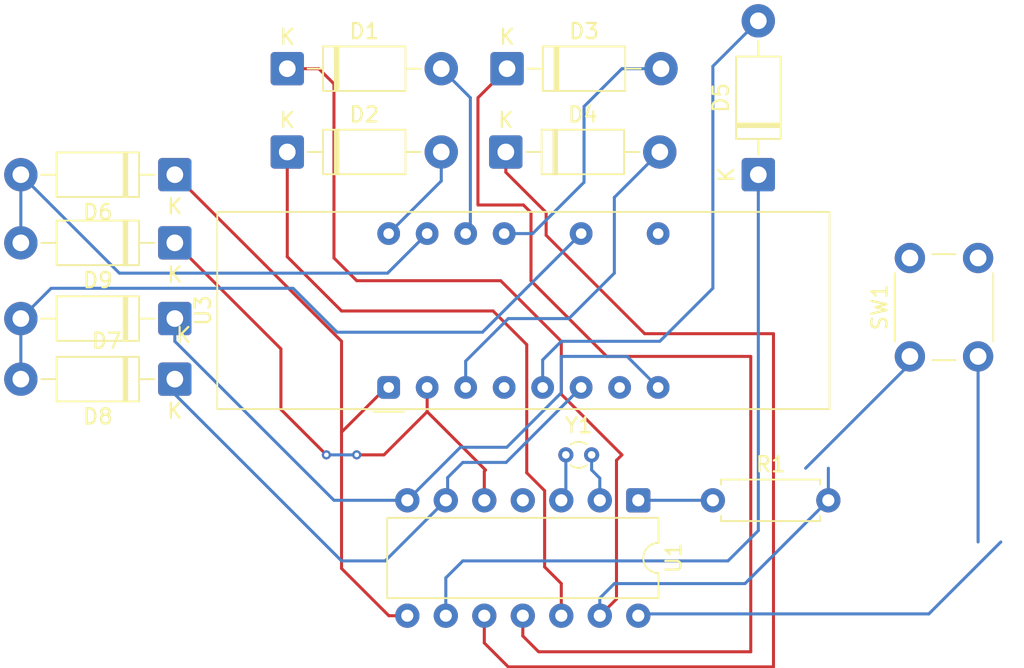
<source format=kicad_pcb>
(kicad_pcb (version 20241229) (generator "pcbnew") (generator_version "9.0")
  (layers (0 "F.Cu" signal) (2 "B.Cu" signal) (13 "F.Paste" user) (15 "B.Paste" user) (5 "F.SilkS" user "F.Silkscreen") (7 "B.SilkS" user "B.Silkscreen") (1 "F.Mask" user) (3 "B.Mask" user) (25 "Edge.Cuts" user))
  (net 0 "")
  (net 1 "Net-(D1-K)")
  (net 2 "Net-(D1-A)")
  (net 3 "Net-(D2-K)")
  (net 4 "Net-(D2-A)")
  (net 5 "Net-(D3-A)")
  (net 6 "Net-(D3-K)")
  (net 7 "Net-(D4-K)")
  (net 8 "Net-(D4-A)")
  (net 9 "Net-(D5-A)")
  (net 10 "Net-(D5-K)")
  (net 11 "Net-(D6-A)")
  (net 12 "CA1")
  (net 13 "Net-(D7-A)")
  (net 14 "CA4")
  (net 15 "CA3")
  (net 16 "CA2")
  (net 17 "+5V")
  (net 18 "GND")
  (net 19 "Net-(U1-XTAL1{slash}PB0)")
  (net 21 "Net-(U1-XTAL2{slash}PB1)")
  (footprint "Diode_THT:D_DO-41_SOD81_P10.16mm_Horizontal" (layer "F.Cu") (at 126 43 180)
    (property "Reference" "D6" (at 5.08 -2.47 0) (layer "F.SilkS"))
    (property "Value" "1N5819")
    (fp_line (start 8.82 0) (end 7.8 0) (stroke (width 0.12)) (layer "F.SilkS"))
    (fp_line (start 3.38 -1.47) (end 3.38 1.47) (stroke (width 0.12)) (layer "F.SilkS"))
    (fp_line (start 3.26 -1.47) (end 3.26 1.47) (stroke (width 0.12)) (layer "F.SilkS"))
    (fp_line (start 3.14 -1.47) (end 3.14 1.47) (stroke (width 0.12)) (layer "F.SilkS"))
    (fp_line (start 1.34 0) (end 2.36 0) (stroke (width 0.12)) (layer "F.SilkS"))
    (fp_rect (start 2.36 -1.47) (end 7.8 1.47) (stroke (width 0.12)) (fill no) (layer "F.SilkS"))
    (fp_text user "K" (at 0 -2.1 0) (layer "F.SilkS"))
    (pad "1" thru_hole roundrect (at 0 0 180) (size 2.2 2.2) (drill 1.1) (layers "*.Cu" "*.Mask") (roundrect_rratio 0.113636) (net 12 "CA1"))
    (pad "2" thru_hole circle (at 10.16 0 180) (size 2.2 2.2) (drill 1.1) (layers "*.Cu" "*.Mask") (net 11 "Net-(D6-A)"))
  )
  (footprint "Diode_THT:D_DO-41_SOD81_P10.16mm_Horizontal" (layer "F.Cu") (at 126 47.5 180)
    (property "Reference" "D9" (at 5.08 -2.47 0) (layer "F.SilkS"))
    (property "Value" "1N5819")
    (fp_line (start 8.82 0) (end 7.8 0) (stroke (width 0.12)) (layer "F.SilkS"))
    (fp_line (start 3.38 -1.47) (end 3.38 1.47) (stroke (width 0.12)) (layer "F.SilkS"))
    (fp_line (start 3.26 -1.47) (end 3.26 1.47) (stroke (width 0.12)) (layer "F.SilkS"))
    (fp_line (start 3.14 -1.47) (end 3.14 1.47) (stroke (width 0.12)) (layer "F.SilkS"))
    (fp_line (start 1.34 0) (end 2.36 0) (stroke (width 0.12)) (layer "F.SilkS"))
    (fp_rect (start 2.36 -1.47) (end 7.8 1.47) (stroke (width 0.12)) (fill no) (layer "F.SilkS"))
    (fp_text user "K" (at 0 -2.1 0) (layer "F.SilkS"))
    (pad "1" thru_hole roundrect (at 0 0 180) (size 2.2 2.2) (drill 1.1) (layers "*.Cu" "*.Mask") (roundrect_rratio 0.113636) (net 16 "CA2"))
    (pad "2" thru_hole circle (at 10.16 0 180) (size 2.2 2.2) (drill 1.1) (layers "*.Cu" "*.Mask") (net 11 "Net-(D6-A)"))
  )
  (footprint "Display_7Segment:LTC-4627Jx" (layer "F.Cu") (at 140.11 57.0475 90)
    (property "Reference" "U3" (at 5.08 -12.25 90) (layer "F.SilkS"))
    (property "Value" "LTC-4627JD")
    (fp_line (start 11.59 -11.31) (end 11.59 29.09) (stroke (width 0.12)) (layer "F.SilkS"))
    (fp_line (start -1.43 -11.31) (end 11.59 -11.31) (stroke (width 0.12)) (layer "F.SilkS"))
    (fp_line (start -1.43 -11.31) (end -1.43 29.09) (stroke (width 0.12)) (layer "F.SilkS"))
    (fp_line (start -1.6 -1) (end -1.6 1) (stroke (width 0.12)) (layer "F.SilkS"))
    (fp_line (start -1.43 29.09) (end 11.59 29.09) (stroke (width 0.12)) (layer "F.SilkS"))
    (pad "1" thru_hole roundrect (at 0 0 90) (size 1.5 1.5) (drill 0.7) (layers "*.Cu" "*.Mask") (net 12 "CA1"))
    (pad "2" thru_hole circle (at 0 2.54 90) (size 1.5 1.5) (drill 0.7) (layers "*.Cu" "*.Mask") (net 16 "CA2"))
    (pad "3" thru_hole circle (at 0 5.08 90) (size 1.5 1.5) (drill 0.7) (layers "*.Cu" "*.Mask") (net 8 "Net-(D4-A)"))
    (pad "4" thru_hole circle (at 0 7.62 90) (size 1.5 1.5) (drill 0.7) (layers "*.Cu" "*.Mask"))
    (pad "5" thru_hole circle (at 0 10.16 90) (size 1.5 1.5) (drill 0.7) (layers "*.Cu" "*.Mask") (net 9 "Net-(D5-A)"))
    (pad "6" thru_hole circle (at 0 12.7 90) (size 1.5 1.5) (drill 0.7) (layers "*.Cu" "*.Mask") (net 15 "CA3"))
    (pad "7" thru_hole circle (at 0 15.24 90) (size 1.5 1.5) (drill 0.7) (layers "*.Cu" "*.Mask"))
    (pad "8" thru_hole circle (at 0 17.78 90) (size 1.5 1.5) (drill 0.7) (layers "*.Cu" "*.Mask") (net 14 "CA4"))
    (pad "9" thru_hole circle (at 10.16 17.78 90) (size 1.5 1.5) (drill 0.7) (layers "*.Cu" "*.Mask"))
    (pad "11" thru_hole circle (at 10.16 12.7 90) (size 1.5 1.5) (drill 0.7) (layers "*.Cu" "*.Mask") (net 13 "Net-(D7-A)"))
    (pad "13" thru_hole circle (at 10.16 7.62 90) (size 1.5 1.5) (drill 0.7) (layers "*.Cu" "*.Mask") (net 5 "Net-(D3-A)"))
    (pad "14" thru_hole circle (at 10.16 5.08 90) (size 1.5 1.5) (drill 0.7) (layers "*.Cu" "*.Mask") (net 2 "Net-(D1-A)"))
    (pad "15" thru_hole circle (at 10.16 2.54 90) (size 1.5 1.5) (drill 0.7) (layers "*.Cu" "*.Mask") (net 11 "Net-(D6-A)"))
    (pad "16" thru_hole circle (at 10.16 0 90) (size 1.5 1.5) (drill 0.7) (layers "*.Cu" "*.Mask") (net 4 "Net-(D2-A)"))
  )
  (footprint "Crystal:Crystal_Round_D1.5mm_Vertical" (layer "F.Cu") (at 151.8 61.5)
    (property "Reference" "Y1" (at 0.85 -1.95 0) (layer "F.SilkS"))
    (property "Value" "Crystal")
    (fp_arc (start 0.33 -0.685) (mid 0.85 -0.86) (end 1.37 -0.685) (stroke (width 0.12)) (layer "F.SilkS"))
    (fp_arc (start 1.37 0.685) (mid 0.85 0.86) (end 0.33 0.685) (stroke (width 0.12)) (layer "F.SilkS"))
    (pad "1" thru_hole circle (at 0 0) (size 1 1) (drill 0.5) (layers "*.Cu" "*.Mask") (net 21 "Net-(U1-XTAL2{slash}PB1)"))
    (pad "2" thru_hole circle (at 1.7 0) (size 1 1) (drill 0.5) (layers "*.Cu" "*.Mask") (net 19 "Net-(U1-XTAL1{slash}PB0)"))
  )
  (footprint "Diode_THT:D_DO-41_SOD81_P10.16mm_Horizontal" (layer "F.Cu") (at 164.5 43 90)
    (property "Reference" "D5" (at 5.08 -2.47 90) (layer "F.SilkS"))
    (property "Value" "1N5819")
    (fp_line (start 3.38 -1.47) (end 3.38 1.47) (stroke (width 0.12)) (layer "F.SilkS"))
    (fp_line (start 3.26 -1.47) (end 3.26 1.47) (stroke (width 0.12)) (layer "F.SilkS"))
    (fp_line (start 3.14 -1.47) (end 3.14 1.47) (stroke (width 0.12)) (layer "F.SilkS"))
    (fp_line (start 8.82 0) (end 7.8 0) (stroke (width 0.12)) (layer "F.SilkS"))
    (fp_line (start 1.34 0) (end 2.36 0) (stroke (width 0.12)) (layer "F.SilkS"))
    (fp_rect (start 2.36 -1.47) (end 7.8 1.47) (stroke (width 0.12)) (fill no) (layer "F.SilkS"))
    (fp_text user "K" (at 0 -2.1 90) (layer "F.SilkS"))
    (pad "1" thru_hole roundrect (at 0 0 90) (size 2.2 2.2) (drill 1.1) (layers "*.Cu" "*.Mask") (roundrect_rratio 0.113636) (net 10 "Net-(D5-K)"))
    (pad "2" thru_hole circle (at 10.16 0 90) (size 2.2 2.2) (drill 1.1) (layers "*.Cu" "*.Mask") (net 9 "Net-(D5-A)"))
  )
  (footprint "Button_Switch_THT:SW_PUSH_6mm" (layer "F.Cu") (at 174.5 55 90)
    (property "Reference" "SW1" (at 3.25 -2 90) (layer "F.SilkS"))
    (property "Value" "SW_Push")
    (fp_line (start 5.5 -1) (end 1 -1) (stroke (width 0.12)) (layer "F.SilkS"))
    (fp_line (start -0.25 1.5) (end -0.25 3) (stroke (width 0.12)) (layer "F.SilkS"))
    (fp_line (start 6.75 3) (end 6.75 1.5) (stroke (width 0.12)) (layer "F.SilkS"))
    (fp_line (start 1 5.5) (end 5.5 5.5) (stroke (width 0.12)) (layer "F.SilkS"))
    (pad "1" thru_hole circle (at 0 0 180) (size 2 2) (drill 1.1) (layers "*.Cu" "*.Mask") (net 1 "Net-(D1-K)"))
    (pad "1" thru_hole circle (at 6.5 0 180) (size 2 2) (drill 1.1) (layers "*.Cu" "*.Mask") (net 1 "Net-(D1-K)"))
    (pad "2" thru_hole circle (at 0 4.5 180) (size 2 2) (drill 1.1) (layers "*.Cu" "*.Mask") (net 18 "GND"))
    (pad "2" thru_hole circle (at 6.5 4.5 180) (size 2 2) (drill 1.1) (layers "*.Cu" "*.Mask") (net 18 "GND"))
  )
  (footprint "Resistor_THT:R_Axial_DIN0207_L6.3mm_D2.5mm_P7.62mm_Horizontal" (layer "F.Cu") (at 161.5 64.5)
    (property "Reference" "R1" (at 3.81 -2.37 0) (layer "F.SilkS"))
    (property "Value" "R_US")
    (fp_line (start 0.54 -1.37) (end 7.08 -1.37) (stroke (width 0.12)) (layer "F.SilkS"))
    (fp_line (start 0.54 -1.04) (end 0.54 -1.37) (stroke (width 0.12)) (layer "F.SilkS"))
    (fp_line (start 0.54 1.04) (end 0.54 1.37) (stroke (width 0.12)) (layer "F.SilkS"))
    (fp_line (start 0.54 1.37) (end 7.08 1.37) (stroke (width 0.12)) (layer "F.SilkS"))
    (fp_line (start 7.08 -1.37) (end 7.08 -1.04) (stroke (width 0.12)) (layer "F.SilkS"))
    (fp_line (start 7.08 1.37) (end 7.08 1.04) (stroke (width 0.12)) (layer "F.SilkS"))
    (pad "1" thru_hole circle (at 0 0) (size 1.6 1.6) (drill 0.8) (layers "*.Cu" "*.Mask") (net 17 "+5V"))
    (pad "2" thru_hole circle (at 7.62 0) (size 1.6 1.6) (drill 0.8) (layers "*.Cu" "*.Mask") (net 1 "Net-(D1-K)"))
  )
  (footprint "Diode_THT:D_DO-41_SOD81_P10.16mm_Horizontal" (layer "F.Cu") (at 147.84 41.5)
    (property "Reference" "D4" (at 5.08 -2.47 0) (layer "F.SilkS"))
    (property "Value" "1N5819")
    (fp_line (start 1.34 0) (end 2.36 0) (stroke (width 0.12)) (layer "F.SilkS"))
    (fp_line (start 3.14 -1.47) (end 3.14 1.47) (stroke (width 0.12)) (layer "F.SilkS"))
    (fp_line (start 3.26 -1.47) (end 3.26 1.47) (stroke (width 0.12)) (layer "F.SilkS"))
    (fp_line (start 3.38 -1.47) (end 3.38 1.47) (stroke (width 0.12)) (layer "F.SilkS"))
    (fp_line (start 8.82 0) (end 7.8 0) (stroke (width 0.12)) (layer "F.SilkS"))
    (fp_rect (start 2.36 -1.47) (end 7.8 1.47) (stroke (width 0.12)) (fill no) (layer "F.SilkS"))
    (fp_text user "K" (at 0 -2.1 0) (layer "F.SilkS"))
    (pad "1" thru_hole roundrect (at 0 0) (size 2.2 2.2) (drill 1.1) (layers "*.Cu" "*.Mask") (roundrect_rratio 0.113636) (net 7 "Net-(D4-K)"))
    (pad "2" thru_hole circle (at 10.16 0) (size 2.2 2.2) (drill 1.1) (layers "*.Cu" "*.Mask") (net 8 "Net-(D4-A)"))
  )
  (footprint "Diode_THT:D_DO-41_SOD81_P10.16mm_Horizontal" (layer "F.Cu") (at 133.42 36)
    (property "Reference" "D1" (at 5.08 -2.47 0) (layer "F.SilkS"))
    (property "Value" "1N5819")
    (fp_line (start 1.34 0) (end 2.36 0) (stroke (width 0.12)) (layer "F.SilkS"))
    (fp_line (start 3.14 -1.47) (end 3.14 1.47) (stroke (width 0.12)) (layer "F.SilkS"))
    (fp_line (start 3.26 -1.47) (end 3.26 1.47) (stroke (width 0.12)) (layer "F.SilkS"))
    (fp_line (start 3.38 -1.47) (end 3.38 1.47) (stroke (width 0.12)) (layer "F.SilkS"))
    (fp_line (start 8.82 0) (end 7.8 0) (stroke (width 0.12)) (layer "F.SilkS"))
    (fp_rect (start 2.36 -1.47) (end 7.8 1.47) (stroke (width 0.12)) (fill no) (layer "F.SilkS"))
    (fp_text user "K" (at 0 -2.1 0) (layer "F.SilkS"))
    (pad "1" thru_hole roundrect (at 0 0) (size 2.2 2.2) (drill 1.1) (layers "*.Cu" "*.Mask") (roundrect_rratio 0.113636) (net 1 "Net-(D1-K)"))
    (pad "2" thru_hole circle (at 10.16 0) (size 2.2 2.2) (drill 1.1) (layers "*.Cu" "*.Mask") (net 2 "Net-(D1-A)"))
  )
  (footprint "Diode_THT:D_DO-41_SOD81_P10.16mm_Horizontal" (layer "F.Cu") (at 147.92 36)
    (property "Reference" "D3" (at 5.08 -2.47 0) (layer "F.SilkS"))
    (property "Value" "1N5819")
    (fp_line (start 1.34 0) (end 2.36 0) (stroke (width 0.12)) (layer "F.SilkS"))
    (fp_line (start 3.14 -1.47) (end 3.14 1.47) (stroke (width 0.12)) (layer "F.SilkS"))
    (fp_line (start 3.26 -1.47) (end 3.26 1.47) (stroke (width 0.12)) (layer "F.SilkS"))
    (fp_line (start 3.38 -1.47) (end 3.38 1.47) (stroke (width 0.12)) (layer "F.SilkS"))
    (fp_line (start 8.82 0) (end 7.8 0) (stroke (width 0.12)) (layer "F.SilkS"))
    (fp_rect (start 2.36 -1.47) (end 7.8 1.47) (stroke (width 0.12)) (fill no) (layer "F.SilkS"))
    (fp_text user "K" (at 0 -2.1 0) (layer "F.SilkS"))
    (pad "1" thru_hole roundrect (at 0 0) (size 2.2 2.2) (drill 1.1) (layers "*.Cu" "*.Mask") (roundrect_rratio 0.113636) (net 6 "Net-(D3-K)"))
    (pad "2" thru_hole circle (at 10.16 0) (size 2.2 2.2) (drill 1.1) (layers "*.Cu" "*.Mask") (net 5 "Net-(D3-A)"))
  )
  (footprint "Diode_THT:D_DO-41_SOD81_P10.16mm_Horizontal" (layer "F.Cu") (at 126 56.5 180)
    (property "Reference" "D8" (at 5.08 -2.47 0) (layer "F.SilkS"))
    (property "Value" "1N5819")
    (fp_line (start 8.82 0) (end 7.8 0) (stroke (width 0.12)) (layer "F.SilkS"))
    (fp_line (start 3.38 -1.47) (end 3.38 1.47) (stroke (width 0.12)) (layer "F.SilkS"))
    (fp_line (start 3.26 -1.47) (end 3.26 1.47) (stroke (width 0.12)) (layer "F.SilkS"))
    (fp_line (start 3.14 -1.47) (end 3.14 1.47) (stroke (width 0.12)) (layer "F.SilkS"))
    (fp_line (start 1.34 0) (end 2.36 0) (stroke (width 0.12)) (layer "F.SilkS"))
    (fp_rect (start 2.36 -1.47) (end 7.8 1.47) (stroke (width 0.12)) (fill no) (layer "F.SilkS"))
    (fp_text user "K" (at 0 -2.1 0) (layer "F.SilkS"))
    (pad "1" thru_hole roundrect (at 0 0 180) (size 2.2 2.2) (drill 1.1) (layers "*.Cu" "*.Mask") (roundrect_rratio 0.113636) (net 15 "CA3"))
    (pad "2" thru_hole circle (at 10.16 0 180) (size 2.2 2.2) (drill 1.1) (layers "*.Cu" "*.Mask") (net 13 "Net-(D7-A)"))
  )
  (footprint "Diode_THT:D_DO-41_SOD81_P10.16mm_Horizontal" (layer "F.Cu") (at 133.42 41.5)
    (property "Reference" "D2" (at 5.08 -2.47 0) (layer "F.SilkS"))
    (property "Value" "1N5819")
    (fp_line (start 1.34 0) (end 2.36 0) (stroke (width 0.12)) (layer "F.SilkS"))
    (fp_line (start 3.14 -1.47) (end 3.14 1.47) (stroke (width 0.12)) (layer "F.SilkS"))
    (fp_line (start 3.26 -1.47) (end 3.26 1.47) (stroke (width 0.12)) (layer "F.SilkS"))
    (fp_line (start 3.38 -1.47) (end 3.38 1.47) (stroke (width 0.12)) (layer "F.SilkS"))
    (fp_line (start 8.82 0) (end 7.8 0) (stroke (width 0.12)) (layer "F.SilkS"))
    (fp_rect (start 2.36 -1.47) (end 7.8 1.47) (stroke (width 0.12)) (fill no) (layer "F.SilkS"))
    (fp_text user "K" (at 0 -2.1 0) (layer "F.SilkS"))
    (pad "1" thru_hole roundrect (at 0 0) (size 2.2 2.2) (drill 1.1) (layers "*.Cu" "*.Mask") (roundrect_rratio 0.113636) (net 3 "Net-(D2-K)"))
    (pad "2" thru_hole circle (at 10.16 0) (size 2.2 2.2) (drill 1.1) (layers "*.Cu" "*.Mask") (net 4 "Net-(D2-A)"))
  )
  (footprint "Diode_THT:D_DO-41_SOD81_P10.16mm_Horizontal" (layer "F.Cu") (at 126 52.5 180)
    (property "Reference" "D7" (at 4.5 -1.47 0) (layer "F.SilkS"))
    (property "Value" "1N5819")
    (fp_line (start 8.82 0) (end 7.8 0) (stroke (width 0.12)) (layer "F.SilkS"))
    (fp_line (start 3.38 -1.47) (end 3.38 1.47) (stroke (width 0.12)) (layer "F.SilkS"))
    (fp_line (start 3.26 -1.47) (end 3.26 1.47) (stroke (width 0.12)) (layer "F.SilkS"))
    (fp_line (start 3.14 -1.47) (end 3.14 1.47) (stroke (width 0.12)) (layer "F.SilkS"))
    (fp_line (start 1.34 0) (end 2.36 0) (stroke (width 0.12)) (layer "F.SilkS"))
    (fp_rect (start 2.36 -1.47) (end 7.8 1.47) (stroke (width 0.12)) (fill no) (layer "F.SilkS"))
    (fp_text user "K" (at -0.58 -1.1 0) (layer "F.SilkS"))
    (pad "1" thru_hole roundrect (at 0 0 180) (size 2.2 2.2) (drill 1.1) (layers "*.Cu" "*.Mask") (roundrect_rratio 0.113636) (net 14 "CA4"))
    (pad "2" thru_hole circle (at 10.16 0 180) (size 2.2 2.2) (drill 1.1) (layers "*.Cu" "*.Mask") (net 13 "Net-(D7-A)"))
  )
  (footprint "Package_DIP:DIP-14_W7.62mm" (layer "F.Cu") (at 156.58 64.5 -90)
    (property "Reference" "U1" (at 3.81 -2.33 90) (layer "F.SilkS"))
    (property "Value" "ATtiny84A-P")
    (fp_line (start 1.16 16.57) (end 6.46 16.57) (stroke (width 0.12)) (layer "F.SilkS"))
    (fp_line (start 6.46 16.57) (end 6.46 -1.33) (stroke (width 0.12)) (layer "F.SilkS"))
    (fp_line (start 1.16 -1.33) (end 1.16 16.57) (stroke (width 0.12)) (layer "F.SilkS"))
    (fp_line (start 2.81 -1.33) (end 1.16 -1.33) (stroke (width 0.12)) (layer "F.SilkS"))
    (fp_line (start 6.46 -1.33) (end 4.81 -1.33) (stroke (width 0.12)) (layer "F.SilkS"))
    (fp_arc (start 4.81 -1.33) (mid 3.81 -0.33) (end 2.81 -1.33) (stroke (width 0.12)) (layer "F.SilkS"))
    (pad "1" thru_hole roundrect (at 0 0 270) (size 1.6 1.6) (drill 0.8) (layers "*.Cu" "*.Mask") (roundrect_rratio 0.15625) (net 17 "+5V"))
    (pad "2" thru_hole circle (at 0 2.54 270) (size 1.6 1.6) (drill 0.8) (layers "*.Cu" "*.Mask") (net 19 "Net-(U1-XTAL1{slash}PB0)"))
    (pad "3" thru_hole circle (at 0 5.08 270) (size 1.6 1.6) (drill 0.8) (layers "*.Cu" "*.Mask") (net 21 "Net-(U1-XTAL2{slash}PB1)"))
    (pad "4" thru_hole circle (at 0 7.62 270) (size 1.6 1.6) (drill 0.8) (layers "*.Cu" "*.Mask"))
    (pad "5" thru_hole circle (at 0 10.16 270) (size 1.6 1.6) (drill 0.8) (layers "*.Cu" "*.Mask") (net 16 "CA2"))
    (pad "6" thru_hole circle (at 0 12.7 270) (size 1.6 1.6) (drill 0.8) (layers "*.Cu" "*.Mask") (net 15 "CA3"))
    (pad "7" thru_hole circle (at 0 15.24 270) (size 1.6 1.6) (drill 0.8) (layers "*.Cu" "*.Mask") (net 14 "CA4"))
    (pad "8" thru_hole circle (at 7.62 15.24 270) (size 1.6 1.6) (drill 0.8) (layers "*.Cu" "*.Mask") (net 12 "CA1"))
    (pad "9" thru_hole circle (at 7.62 12.7 270) (size 1.6 1.6) (drill 0.8) (layers "*.Cu" "*.Mask") (net 10 "Net-(D5-K)"))
    (pad "10" thru_hole circle (at 7.62 10.16 270) (size 1.6 1.6) (drill 0.8) (layers "*.Cu" "*.Mask") (net 7 "Net-(D4-K)"))
    (pad "11" thru_hole circle (at 7.62 7.62 270) (size 1.6 1.6) (drill 0.8) (layers "*.Cu" "*.Mask") (net 6 "Net-(D3-K)"))
    (pad "12" thru_hole circle (at 7.62 5.08 270) (size 1.6 1.6) (drill 0.8) (layers "*.Cu" "*.Mask") (net 3 "Net-(D2-K)"))
    (pad "13" thru_hole circle (at 7.62 2.54 270) (size 1.6 1.6) (drill 0.8) (layers "*.Cu" "*.Mask") (net 1 "Net-(D1-K)"))
    (pad "14" thru_hole circle (at 7.62 0 270) (size 1.6 1.6) (drill 0.8) (layers "*.Cu" "*.Mask") (net 18 "GND"))
  )
  (segment (start 136.5 37) (end 136.5 48.5) (width 0.2) (layer "F.Cu") (net 1))
  (segment (start 135.5 36) (end 136.5 37) (width 0.2) (layer "F.Cu") (net 1))
  (segment (start 138 50) (end 147.5 50) (width 0.2) (layer "F.Cu") (net 1))
  (segment (start 155.5 61.5) (end 155.141 61.859) (width 0.2) (layer "F.Cu") (net 1))
  (segment (start 147.5 50) (end 151.5 54) (width 0.2) (layer "F.Cu") (net 1))
  (segment (start 133.42 36) (end 135.5 36) (width 0.2) (layer "F.Cu") (net 1))
  (segment (start 155.141 71.019) (end 154.04 72.12) (width 0.2) (layer "F.Cu") (net 1))
  (segment (start 151.5 54) (end 151.5 57.5) (width 0.2) (layer "F.Cu") (net 1))
  (segment (start 155.141 61.859) (end 155.141 71.019) (width 0.2) (layer "F.Cu") (net 1))
  (segment (start 136.5 48.5) (end 138 50) (width 0.2) (layer "F.Cu") (net 1))
  (segment (start 151.5 57.5) (end 155.5 61.5) (width 0.2) (layer "F.Cu") (net 1))
  (segment (start 174.5 55.5) (end 167.62 62.38) (width 0.2) (layer "B.Cu") (net 1))
  (segment (start 155 70) (end 154.04 70.96) (width 0.2) (layer "B.Cu") (net 1))
  (segment (start 169.12 64.5) (end 163.62 70) (width 0.2) (layer "B.Cu") (net 1))
  (segment (start 163.62 70) (end 155 70) (width 0.2) (layer "B.Cu") (net 1))
  (segment (start 154.04 70.96) (end 154.04 72.12) (width 0.2) (layer "B.Cu") (net 1))
  (segment (start 174.5 55) (end 174.5 55.5) (width 0.2) (layer "B.Cu") (net 1))
  (segment (start 169.12 62.38) (end 169.12 64.5) (width 0.2) (layer "B.Cu") (net 1))
  (segment (start 143.58 36) (end 145.5 37.92) (width 0.2) (layer "B.Cu") (net 2))
  (segment (start 145.5 37.92) (end 145.5 46.5775) (width 0.2) (layer "B.Cu") (net 2))
  (segment (start 145.5 46.5775) (end 145.19 46.8875) (width 0.2) (layer "B.Cu") (net 2))
  (segment (start 147 52) (end 149.219 54.219) (width 0.2) (layer "F.Cu") (net 3))
  (segment (start 137 52) (end 147 52) (width 0.2) (layer "F.Cu") (net 3))
  (segment (start 150.399 68.899) (end 151.5 70) (width 0.2) (layer "F.Cu") (net 3))
  (segment (start 151.5 70) (end 151.5 72.12) (width 0.2) (layer "F.Cu") (net 3))
  (segment (start 150.399 63.86395) (end 150.399 68.899) (width 0.2) (layer "F.Cu") (net 3))
  (segment (start 149.219 54.219) (end 149.219 62.68395) (width 0.2) (layer "F.Cu") (net 3))
  (segment (start 133.42 48.42) (end 137 52) (width 0.2) (layer "F.Cu") (net 3))
  (segment (start 149.219 62.68395) (end 150.399 63.86395) (width 0.2) (layer "F.Cu") (net 3))
  (segment (start 133.42 41.5) (end 133.42 48.42) (width 0.2) (layer "F.Cu") (net 3))
  (segment (start 143.58 41.5) (end 143.58 43.4175) (width 0.2) (layer "B.Cu") (net 4))
  (segment (start 143.58 43.4175) (end 140.11 46.8875) (width 0.2) (layer "B.Cu") (net 4))
  (segment (start 153 38.5) (end 153 43.5) (width 0.2) (layer "B.Cu") (net 5))
  (segment (start 153 43.5) (end 149.6125 46.8875) (width 0.2) (layer "B.Cu") (net 5))
  (segment (start 155.5 36) (end 153 38.5) (width 0.2) (layer "B.Cu") (net 5))
  (segment (start 158.08 36) (end 155.5 36) (width 0.2) (layer "B.Cu") (net 5))
  (segment (start 149.6125 46.8875) (end 147.73 46.8875) (width 0.2) (layer "B.Cu") (net 5))
  (segment (start 149.5 45.5) (end 149.5 50) (width 0.2) (layer "F.Cu") (net 6))
  (segment (start 149.5 50) (end 154.5 55) (width 0.2) (layer "F.Cu") (net 6))
  (segment (start 164 74.5) (end 150 74.5) (width 0.2) (layer "F.Cu") (net 6))
  (segment (start 146 37.92) (end 146 45) (width 0.2) (layer "F.Cu") (net 6))
  (segment (start 148.96 73.46) (end 148.96 72.12) (width 0.2) (layer "F.Cu") (net 6))
  (segment (start 154.5 55) (end 164 55) (width 0.2) (layer "F.Cu") (net 6))
  (segment (start 150 74.5) (end 148.96 73.46) (width 0.2) (layer "F.Cu") (net 6))
  (segment (start 149 45) (end 149.5 45.5) (width 0.2) (layer "F.Cu") (net 6))
  (segment (start 147.92 36) (end 146 37.92) (width 0.2) (layer "F.Cu") (net 6))
  (segment (start 164 55) (end 164 74.5) (width 0.2) (layer "F.Cu") (net 6))
  (segment (start 146 45) (end 149 45) (width 0.2) (layer "F.Cu") (net 6))
  (segment (start 157 53.5) (end 165.5 53.5) (width 0.2) (layer "F.Cu") (net 7))
  (segment (start 150.5 47) (end 157 53.5) (width 0.2) (layer "F.Cu") (net 7))
  (segment (start 165.5 53.5) (end 165.5 75.5) (width 0.2) (layer "F.Cu") (net 7))
  (segment (start 148 75.5) (end 146.42 73.92) (width 0.2) (layer "F.Cu") (net 7))
  (segment (start 150.5 45.5) (end 150.5 47) (width 0.2) (layer "F.Cu") (net 7))
  (segment (start 147.84 42.84) (end 150.5 45.5) (width 0.2) (layer "F.Cu") (net 7))
  (segment (start 146.42 73.92) (end 146.42 72.12) (width 0.2) (layer "F.Cu") (net 7))
  (segment (start 147.84 41.5) (end 147.84 42.84) (width 0.2) (layer "F.Cu") (net 7))
  (segment (start 165.5 75.5) (end 148 75.5) (width 0.2) (layer "F.Cu") (net 7))
  (segment (start 148 52.5) (end 145.19 55.31) (width 0.2) (layer "B.Cu") (net 8))
  (segment (start 145.19 55.31) (end 145.19 57.0475) (width 0.2) (layer "B.Cu") (net 8))
  (segment (start 158 41.5) (end 155 44.5) (width 0.2) (layer "B.Cu") (net 8))
  (segment (start 152 52.5) (end 148 52.5) (width 0.2) (layer "B.Cu") (net 8))
  (segment (start 155 49.5) (end 152 52.5) (width 0.2) (layer "B.Cu") (net 8))
  (segment (start 155 44.5) (end 155 49.5) (width 0.2) (layer "B.Cu") (net 8))
  (segment (start 150 56.7775) (end 150.27 57.0475) (width 0.2) (layer "F.Cu") (net 9))
  (segment (start 161.5 35.84) (end 164.5 32.84) (width 0.2) (layer "B.Cu") (net 9))
  (segment (start 151.5 54) (end 158 54) (width 0.2) (layer "B.Cu") (net 9))
  (segment (start 150.27 57.0475) (end 150.27 55.23) (width 0.2) (layer "B.Cu") (net 9))
  (segment (start 158 54) (end 161.5 50.5) (width 0.2) (layer "B.Cu") (net 9))
  (segment (start 161.5 50.5) (end 161.5 35.84) (width 0.2) (layer "B.Cu") (net 9))
  (segment (start 150.27 55.23) (end 151.5 54) (width 0.2) (layer "B.Cu") (net 9))
  (segment (start 143.88 69.62) (end 143.88 72.12) (width 0.2) (layer "B.Cu") (net 10))
  (segment (start 164.5 66.5) (end 162.5 68.5) (width 0.2) (layer "B.Cu") (net 10))
  (segment (start 162.5 68.5) (end 145 68.5) (width 0.2) (layer "B.Cu") (net 10))
  (segment (start 145 68.5) (end 143.88 69.62) (width 0.2) (layer "B.Cu") (net 10))
  (segment (start 164.5 43) (end 164.5 66.5) (width 0.2) (layer "B.Cu") (net 10))
  (segment (start 140.0375 49.5) (end 122.34 49.5) (width 0.2) (layer "B.Cu") (net 11))
  (segment (start 142.65 46.8875) (end 140.0375 49.5) (width 0.2) (layer "B.Cu") (net 11))
  (segment (start 122.34 49.5) (end 115.84 43) (width 0.2) (layer "B.Cu") (net 11))
  (segment (start 115.84 43) (end 115.84 47.5) (width 0.2) (layer "B.Cu") (net 11))
  (segment (start 139.9525 57.0475) (end 137 60) (width 0.2) (layer "F.Cu") (net 12))
  (segment (start 137 60) (end 137 54) (width 0.2) (layer "F.Cu") (net 12))
  (segment (start 137 60) (end 137 69) (width 0.2) (layer "F.Cu") (net 12))
  (segment (start 137 54) (end 126 43) (width 0.2) (layer "F.Cu") (net 12))
  (segment (start 137 69) (end 140.12 72.12) (width 0.2) (layer "F.Cu") (net 12))
  (segment (start 140.11 57.0475) (end 139.9525 57.0475) (width 0.2) (layer "F.Cu") (net 12))
  (segment (start 140.12 72.12) (end 141.34 72.12) (width 0.2) (layer "F.Cu") (net 12))
  (segment (start 133.803186 50.5) (end 117.84 50.5) (width 0.2) (layer "B.Cu") (net 13))
  (segment (start 115.84 52.5) (end 115.84 56.5) (width 0.2) (layer "B.Cu") (net 13))
  (segment (start 152.81 46.8875) (end 146.2975 53.4) (width 0.2) (layer "B.Cu") (net 13))
  (segment (start 136.703186 53.4) (end 133.803186 50.5) (width 0.2) (layer "B.Cu") (net 13))
  (segment (start 117.84 50.5) (end 115.84 52.5) (width 0.2) (layer "B.Cu") (net 13))
  (segment (start 146.2975 53.4) (end 136.703186 53.4) (width 0.2) (layer "B.Cu") (net 13))
  (segment (start 144.84 61) (end 141.34 64.5) (width 0.2) (layer "B.Cu") (net 14))
  (segment (start 151.5 57.401919) (end 147.901919 61) (width 0.2) (layer "B.Cu") (net 14))
  (segment (start 126 52.5) (end 126 54) (width 0.2) (layer "B.Cu") (net 14))
  (segment (start 155.8425 55) (end 151.5 55) (width 0.2) (layer "B.Cu") (net 14))
  (segment (start 136.5 64.5) (end 141.34 64.5) (width 0.2) (layer "B.Cu") (net 14))
  (segment (start 126 54) (end 136.5 64.5) (width 0.2) (layer "B.Cu") (net 14))
  (segment (start 151.5 55) (end 151.5 57.401919) (width 0.2) (layer "B.Cu") (net 14))
  (segment (start 157.89 57.0475) (end 155.8425 55) (width 0.2) (layer "B.Cu") (net 14))
  (segment (start 147.901919 61) (end 144.84 61) (width 0.2) (layer "B.Cu") (net 14))
  (segment (start 139.88 68.5) (end 137 68.5) (width 0.2) (layer "B.Cu") (net 15))
  (segment (start 137 68.5) (end 126 57.5) (width 0.2) (layer "B.Cu") (net 15))
  (segment (start 144 63) (end 144 64.38) (width 0.2) (layer "B.Cu") (net 15))
  (segment (start 147.8575 62) (end 145 62) (width 0.2) (layer "B.Cu") (net 15))
  (segment (start 143.88 64.5) (end 139.88 68.5) (width 0.2) (layer "B.Cu") (net 15))
  (segment (start 144 64.38) (end 143.88 64.5) (width 0.2) (layer "B.Cu") (net 15))
  (segment (start 145 62) (end 144 63) (width 0.2) (layer "B.Cu") (net 15))
  (segment (start 152.81 57.0475) (end 147.8575 62) (width 0.2) (layer "B.Cu") (net 15))
  (segment (start 126 57.5) (end 126 56.5) (width 0.2) (layer "B.Cu") (net 15))
  (segment (start 133 54.5) (end 126 47.5) (width 0.2) (layer "F.Cu") (net 16))
  (segment (start 139.8 61.5) (end 138 61.5) (width 0.2) (layer "F.Cu") (net 16))
  (segment (start 136 61.5) (end 133 58.5) (width 0.2) (layer "F.Cu") (net 16))
  (segment (start 142.65 58.65) (end 146.5 62.5) (width 0.2) (layer "F.Cu") (net 16))
  (segment (start 142.65 58.65) (end 139.8 61.5) (width 0.2) (layer "F.Cu") (net 16))
  (segment (start 146.42 62.58) (end 146.42 64.5) (width 0.2) (layer "F.Cu") (net 16))
  (segment (start 146.5 62.5) (end 146.42 62.58) (width 0.2) (layer "F.Cu") (net 16))
  (segment (start 142.65 57.0475) (end 142.65 58.65) (width 0.2) (layer "F.Cu") (net 16))
  (segment (start 133 58.5) (end 133 54.5) (width 0.2) (layer "F.Cu") (net 16))
  (via (at 138 61.5) (size 0.6) (drill 0.3) (layers "F.Cu" "B.Cu") (net 16))
  (via (at 136 61.5) (size 0.6) (drill 0.3) (layers "F.Cu" "B.Cu") (net 16))
  (segment (start 138 61.5) (end 136 61.5) (width 0.2) (layer "B.Cu") (net 16))
  (segment (start 161.5 64.5) (end 156.58 64.5) (width 0.2) (layer "B.Cu") (net 17))
  (segment (start 156.7 72) (end 156.58 72.12) (width 0.2) (layer "B.Cu") (net 18))
  (segment (start 179 55) (end 179 67.25) (width 0.2) (layer "B.Cu") (net 18))
  (segment (start 175.75 72) (end 156.7 72) (width 0.2) (layer "B.Cu") (net 18))
  (segment (start 180.5 67.25) (end 175.75 72) (width 0.2) (layer "B.Cu") (net 18))
  (segment (start 154.04 63.04) (end 154.04 64.5) (width 0.2) (layer "B.Cu") (net 19))
  (segment (start 153.5 62.5) (end 154.04 63.04) (width 0.2) (layer "B.Cu") (net 19))
  (segment (start 153.5 61.5) (end 153.5 62.5) (width 0.2) (layer "B.Cu") (net 19))
  (segment (start 151.8 61.5) (end 151.8 64.2) (width 0.2) (layer "B.Cu") (net 21))
  (segment (start 151.8 64.2) (end 151.5 64.5) (width 0.2) (layer "B.Cu") (net 21))
)
</source>
